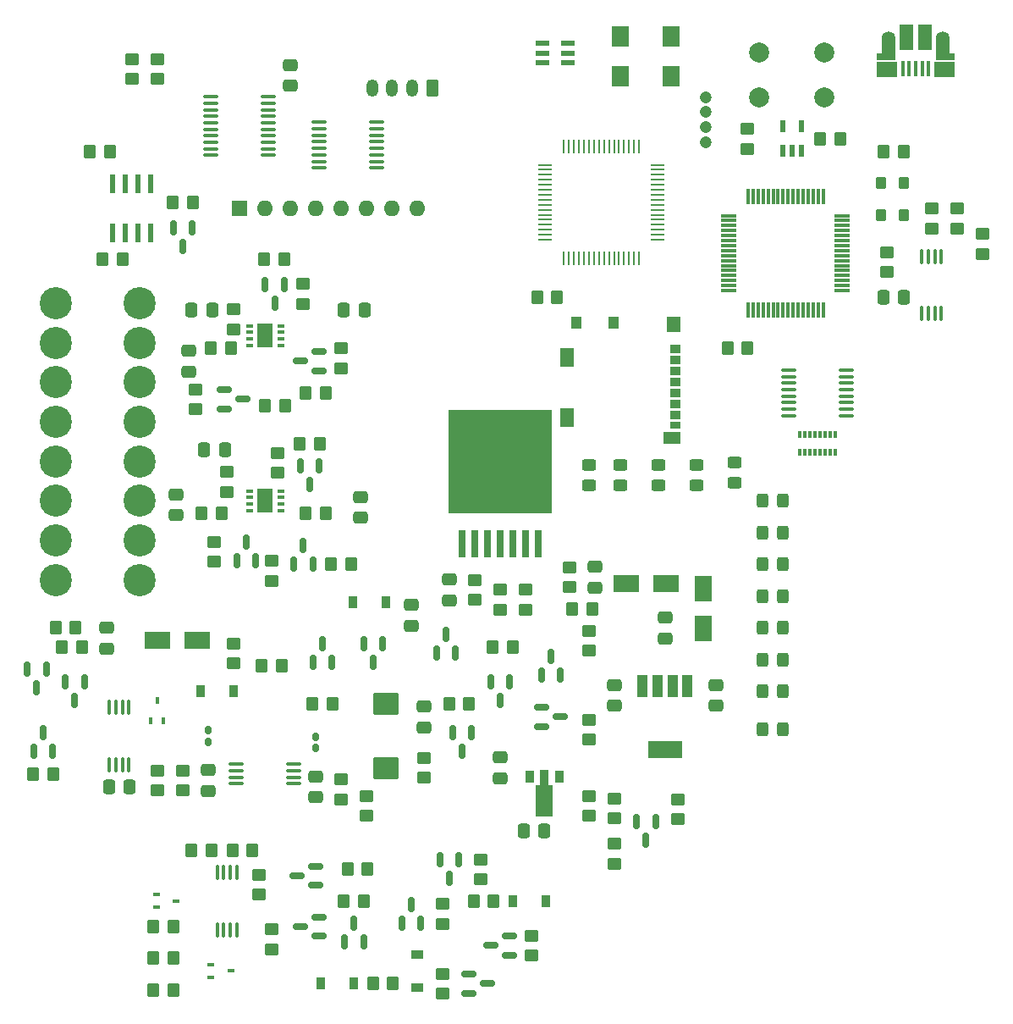
<source format=gbr>
%TF.GenerationSoftware,KiCad,Pcbnew,(6.0.10)*%
%TF.CreationDate,2023-01-27T04:18:18-05:00*%
%TF.ProjectId,vehicle-can-collector,76656869-636c-4652-9d63-616e2d636f6c,rev?*%
%TF.SameCoordinates,Original*%
%TF.FileFunction,Soldermask,Top*%
%TF.FilePolarity,Negative*%
%FSLAX46Y46*%
G04 Gerber Fmt 4.6, Leading zero omitted, Abs format (unit mm)*
G04 Created by KiCad (PCBNEW (6.0.10)) date 2023-01-27 04:18:18*
%MOMM*%
%LPD*%
G01*
G04 APERTURE LIST*
G04 Aperture macros list*
%AMRoundRect*
0 Rectangle with rounded corners*
0 $1 Rounding radius*
0 $2 $3 $4 $5 $6 $7 $8 $9 X,Y pos of 4 corners*
0 Add a 4 corners polygon primitive as box body*
4,1,4,$2,$3,$4,$5,$6,$7,$8,$9,$2,$3,0*
0 Add four circle primitives for the rounded corners*
1,1,$1+$1,$2,$3*
1,1,$1+$1,$4,$5*
1,1,$1+$1,$6,$7*
1,1,$1+$1,$8,$9*
0 Add four rect primitives between the rounded corners*
20,1,$1+$1,$2,$3,$4,$5,0*
20,1,$1+$1,$4,$5,$6,$7,0*
20,1,$1+$1,$6,$7,$8,$9,0*
20,1,$1+$1,$8,$9,$2,$3,0*%
%AMFreePoly0*
4,1,9,3.862500,-0.866500,0.737500,-0.866500,0.737500,-0.450000,-0.737500,-0.450000,-0.737500,0.450000,0.737500,0.450000,0.737500,0.866500,3.862500,0.866500,3.862500,-0.866500,3.862500,-0.866500,$1*%
G04 Aperture macros list end*
%ADD10R,1.473200X0.279400*%
%ADD11R,0.279400X1.473200*%
%ADD12RoundRect,0.250000X0.475000X-0.337500X0.475000X0.337500X-0.475000X0.337500X-0.475000X-0.337500X0*%
%ADD13RoundRect,0.250000X0.450000X-0.325000X0.450000X0.325000X-0.450000X0.325000X-0.450000X-0.325000X0*%
%ADD14RoundRect,0.150000X-0.150000X0.587500X-0.150000X-0.587500X0.150000X-0.587500X0.150000X0.587500X0*%
%ADD15RoundRect,0.250000X-0.450000X0.350000X-0.450000X-0.350000X0.450000X-0.350000X0.450000X0.350000X0*%
%ADD16RoundRect,0.250000X0.450000X-0.350000X0.450000X0.350000X-0.450000X0.350000X-0.450000X-0.350000X0*%
%ADD17R,0.700000X0.450000*%
%ADD18RoundRect,0.250000X-0.350000X-0.450000X0.350000X-0.450000X0.350000X0.450000X-0.350000X0.450000X0*%
%ADD19RoundRect,0.160000X0.160000X-0.222500X0.160000X0.222500X-0.160000X0.222500X-0.160000X-0.222500X0*%
%ADD20RoundRect,0.250000X-0.337500X-0.475000X0.337500X-0.475000X0.337500X0.475000X-0.337500X0.475000X0*%
%ADD21R,0.508000X1.270000*%
%ADD22R,0.508000X1.981200*%
%ADD23RoundRect,0.250000X0.350000X0.450000X-0.350000X0.450000X-0.350000X-0.450000X0.350000X-0.450000X0*%
%ADD24RoundRect,0.150000X0.150000X-0.587500X0.150000X0.587500X-0.150000X0.587500X-0.150000X-0.587500X0*%
%ADD25R,0.650000X0.350000*%
%ADD26R,1.550000X2.400000*%
%ADD27RoundRect,0.250000X-0.275000X-0.350000X0.275000X-0.350000X0.275000X0.350000X-0.275000X0.350000X0*%
%ADD28R,0.300000X0.800000*%
%ADD29RoundRect,0.100000X-0.100000X0.637500X-0.100000X-0.637500X0.100000X-0.637500X0.100000X0.637500X0*%
%ADD30RoundRect,0.150000X0.587500X0.150000X-0.587500X0.150000X-0.587500X-0.150000X0.587500X-0.150000X0*%
%ADD31RoundRect,0.250000X-0.475000X0.337500X-0.475000X-0.337500X0.475000X-0.337500X0.475000X0.337500X0*%
%ADD32RoundRect,0.100000X0.637500X0.100000X-0.637500X0.100000X-0.637500X-0.100000X0.637500X-0.100000X0*%
%ADD33R,0.900000X1.200000*%
%ADD34RoundRect,0.250000X0.350000X0.625000X-0.350000X0.625000X-0.350000X-0.625000X0.350000X-0.625000X0*%
%ADD35O,1.200000X1.750000*%
%ADD36RoundRect,0.250000X-0.325000X-0.450000X0.325000X-0.450000X0.325000X0.450000X-0.325000X0.450000X0*%
%ADD37R,2.500000X1.800000*%
%ADD38RoundRect,0.150000X-0.587500X-0.150000X0.587500X-0.150000X0.587500X0.150000X-0.587500X0.150000X0*%
%ADD39R,0.450000X0.700000*%
%ADD40RoundRect,0.100000X-0.637500X-0.100000X0.637500X-0.100000X0.637500X0.100000X-0.637500X0.100000X0*%
%ADD41R,1.800000X2.500000*%
%ADD42RoundRect,0.075000X-0.075000X0.700000X-0.075000X-0.700000X0.075000X-0.700000X0.075000X0.700000X0*%
%ADD43RoundRect,0.075000X-0.700000X0.075000X-0.700000X-0.075000X0.700000X-0.075000X0.700000X0.075000X0*%
%ADD44RoundRect,0.250000X0.337500X0.475000X-0.337500X0.475000X-0.337500X-0.475000X0.337500X-0.475000X0*%
%ADD45R,0.400000X1.650000*%
%ADD46R,2.000000X1.500000*%
%ADD47O,1.350000X1.700000*%
%ADD48O,1.100000X1.500000*%
%ADD49R,1.350000X2.000000*%
%ADD50R,1.825000X0.700000*%
%ADD51R,1.430000X2.500000*%
%ADD52C,3.215640*%
%ADD53C,2.000000*%
%ADD54RoundRect,0.250000X-1.025000X0.875000X-1.025000X-0.875000X1.025000X-0.875000X1.025000X0.875000X0*%
%ADD55R,1.200000X0.900000*%
%ADD56R,1.320800X0.558800*%
%ADD57R,1.100000X0.850000*%
%ADD58R,1.100000X0.750000*%
%ADD59R,1.000000X1.200000*%
%ADD60R,1.350000X1.550000*%
%ADD61R,1.350000X1.900000*%
%ADD62R,1.800000X1.170000*%
%ADD63R,1.000000X2.200000*%
%ADD64R,3.400000X1.800000*%
%ADD65R,0.787400X2.667000*%
%ADD66R,10.414000X10.414000*%
%ADD67C,1.206500*%
%ADD68R,1.600000X1.600000*%
%ADD69O,1.600000X1.600000*%
%ADD70R,1.800000X2.000000*%
%ADD71R,0.900000X1.300000*%
%ADD72FreePoly0,270.000000*%
G04 APERTURE END LIST*
D10*
%TO.C,U201*%
X137058400Y-62170000D03*
X137058400Y-61670001D03*
X137058400Y-61170000D03*
X137058400Y-60670001D03*
X137058400Y-60169999D03*
X137058400Y-59670000D03*
X137058400Y-59170001D03*
X137058400Y-58670000D03*
X137058400Y-58170000D03*
X137058400Y-57669999D03*
X137058400Y-57170000D03*
X137058400Y-56670001D03*
X137058400Y-56169999D03*
X137058400Y-55670000D03*
X137058400Y-55169999D03*
X137058400Y-54670000D03*
D11*
X135195000Y-52806600D03*
X134695001Y-52806600D03*
X134195000Y-52806600D03*
X133695001Y-52806600D03*
X133194999Y-52806600D03*
X132695000Y-52806600D03*
X132195001Y-52806600D03*
X131695000Y-52806600D03*
X131195000Y-52806600D03*
X130694999Y-52806600D03*
X130195000Y-52806600D03*
X129695001Y-52806600D03*
X129194999Y-52806600D03*
X128695000Y-52806600D03*
X128194999Y-52806600D03*
X127695000Y-52806600D03*
D10*
X125831600Y-54670000D03*
X125831600Y-55169999D03*
X125831600Y-55670000D03*
X125831600Y-56169999D03*
X125831600Y-56670001D03*
X125831600Y-57170000D03*
X125831600Y-57669999D03*
X125831600Y-58170000D03*
X125831600Y-58670000D03*
X125831600Y-59170001D03*
X125831600Y-59670000D03*
X125831600Y-60169999D03*
X125831600Y-60670001D03*
X125831600Y-61170000D03*
X125831600Y-61670001D03*
X125831600Y-62170000D03*
D11*
X127695000Y-64033400D03*
X128194999Y-64033400D03*
X128695000Y-64033400D03*
X129194999Y-64033400D03*
X129695001Y-64033400D03*
X130195000Y-64033400D03*
X130694999Y-64033400D03*
X131195000Y-64033400D03*
X131695000Y-64033400D03*
X132195001Y-64033400D03*
X132695000Y-64033400D03*
X133194999Y-64033400D03*
X133695001Y-64033400D03*
X134195000Y-64033400D03*
X134695001Y-64033400D03*
X135195000Y-64033400D03*
%TD*%
D12*
%TO.C,C503*%
X81915000Y-103040000D03*
X81915000Y-100965000D03*
%TD*%
D13*
%TO.C,D1102*%
X133350000Y-86750000D03*
X133350000Y-84700000D03*
%TD*%
D14*
%TO.C,Q508*%
X136840000Y-120347500D03*
X134940000Y-120347500D03*
X135890000Y-122222500D03*
%TD*%
D15*
%TO.C,R604*%
X105410000Y-116110000D03*
X105410000Y-118110000D03*
%TD*%
D16*
%TO.C,R508*%
X130175000Y-103235000D03*
X130175000Y-101235000D03*
%TD*%
D17*
%TO.C,D803*%
X86900000Y-127620000D03*
X86900000Y-128920000D03*
X88900000Y-128270000D03*
%TD*%
D18*
%TO.C,R801*%
X105680000Y-128270000D03*
X107680000Y-128270000D03*
%TD*%
D19*
%TO.C,D601*%
X92075000Y-112332500D03*
X92075000Y-111187500D03*
%TD*%
D20*
%TO.C,C702*%
X105642500Y-69215000D03*
X107717500Y-69215000D03*
%TD*%
D16*
%TO.C,R713*%
X98425000Y-96250000D03*
X98425000Y-94250000D03*
%TD*%
D21*
%TO.C,U203*%
X149544999Y-53289200D03*
X150495000Y-53289200D03*
X151445001Y-53289200D03*
X151445001Y-50850800D03*
X149544999Y-50850800D03*
%TD*%
D22*
%TO.C,U705*%
X86360000Y-56591200D03*
X85090000Y-56591200D03*
X83820000Y-56591200D03*
X82550000Y-56591200D03*
X82550000Y-61518800D03*
X83820000Y-61518800D03*
X85090000Y-61518800D03*
X86360000Y-61518800D03*
%TD*%
D15*
%TO.C,R501*%
X94615000Y-102505000D03*
X94615000Y-104505000D03*
%TD*%
D16*
%TO.C,R806*%
X97155000Y-127635000D03*
X97155000Y-125635000D03*
%TD*%
D23*
%TO.C,R702*%
X103870000Y-89535000D03*
X101870000Y-89535000D03*
%TD*%
D24*
%TO.C,Q705*%
X94935000Y-94282500D03*
X96835000Y-94282500D03*
X95885000Y-92407500D03*
%TD*%
D25*
%TO.C,U702*%
X99340000Y-72730000D03*
X99340000Y-72080000D03*
X99340000Y-71430000D03*
X99340000Y-70780000D03*
X96240000Y-70780000D03*
X96240000Y-71430000D03*
X96240000Y-72080000D03*
X96240000Y-72730000D03*
D26*
X97790000Y-71755000D03*
%TD*%
D16*
%TO.C,R514*%
X130175000Y-119745000D03*
X130175000Y-117745000D03*
%TD*%
D14*
%TO.C,Q506*%
X122235000Y-106377500D03*
X120335000Y-106377500D03*
X121285000Y-108252500D03*
%TD*%
D23*
%TO.C,R707*%
X94345000Y-73025000D03*
X92345000Y-73025000D03*
%TD*%
%TO.C,R802*%
X110585000Y-136525000D03*
X108585000Y-136525000D03*
%TD*%
D27*
%TO.C,L301*%
X159385000Y-56515000D03*
X161685000Y-56515000D03*
%TD*%
D28*
%TO.C,RN1101*%
X154805000Y-81650000D03*
X154305000Y-81650000D03*
X153805000Y-81650000D03*
X153305000Y-81650000D03*
X152805000Y-81650000D03*
X152305000Y-81650000D03*
X151805000Y-81650000D03*
X151305000Y-81650000D03*
X151305000Y-83450000D03*
X151805000Y-83450000D03*
X152305000Y-83450000D03*
X152805000Y-83450000D03*
X153305000Y-83450000D03*
X153805000Y-83450000D03*
X154305000Y-83450000D03*
X154805000Y-83450000D03*
%TD*%
D16*
%TO.C,R308*%
X169545000Y-63595000D03*
X169545000Y-61595000D03*
%TD*%
D29*
%TO.C,U302*%
X165440000Y-63812500D03*
X164790000Y-63812500D03*
X164140000Y-63812500D03*
X163490000Y-63812500D03*
X163490000Y-69537500D03*
X164140000Y-69537500D03*
X164790000Y-69537500D03*
X165440000Y-69537500D03*
%TD*%
D30*
%TO.C,Q803*%
X122222500Y-133665000D03*
X122222500Y-131765000D03*
X120347500Y-132715000D03*
%TD*%
D15*
%TO.C,R202*%
X146050000Y-51070000D03*
X146050000Y-53070000D03*
%TD*%
D31*
%TO.C,C507*%
X116205000Y-96117500D03*
X116205000Y-98192500D03*
%TD*%
D32*
%TO.C,U1101*%
X155917500Y-79745000D03*
X155917500Y-79095000D03*
X155917500Y-78445000D03*
X155917500Y-77795000D03*
X155917500Y-77145000D03*
X155917500Y-76495000D03*
X155917500Y-75845000D03*
X155917500Y-75195000D03*
X150192500Y-75195000D03*
X150192500Y-75845000D03*
X150192500Y-76495000D03*
X150192500Y-77145000D03*
X150192500Y-77795000D03*
X150192500Y-78445000D03*
X150192500Y-79095000D03*
X150192500Y-79745000D03*
%TD*%
D33*
%TO.C,D502*%
X106555000Y-98425000D03*
X109855000Y-98425000D03*
%TD*%
D18*
%TO.C,R504*%
X120555000Y-102870000D03*
X122555000Y-102870000D03*
%TD*%
D34*
%TO.C,J303*%
X114490000Y-46990000D03*
D35*
X112490000Y-46990000D03*
X110490000Y-46990000D03*
X108490000Y-46990000D03*
%TD*%
D36*
%TO.C,D1106*%
X147565000Y-100965000D03*
X149615000Y-100965000D03*
%TD*%
D30*
%TO.C,Q802*%
X103172500Y-131760000D03*
X103172500Y-129860000D03*
X101297500Y-130810000D03*
%TD*%
D37*
%TO.C,D505*%
X137890000Y-96520000D03*
X133890000Y-96520000D03*
%TD*%
D24*
%TO.C,Q507*%
X114935000Y-103505000D03*
X116835000Y-103505000D03*
X115885000Y-101630000D03*
%TD*%
D15*
%TO.C,R507*%
X130175000Y-110125000D03*
X130175000Y-112125000D03*
%TD*%
D31*
%TO.C,C601*%
X92075000Y-115167500D03*
X92075000Y-117242500D03*
%TD*%
D16*
%TO.C,R307*%
X160020000Y-65405000D03*
X160020000Y-63405000D03*
%TD*%
D31*
%TO.C,C506*%
X137795000Y-99927500D03*
X137795000Y-102002500D03*
%TD*%
D23*
%TO.C,R709*%
X103235000Y-82550000D03*
X101235000Y-82550000D03*
%TD*%
D18*
%TO.C,R719*%
X80280000Y-53340000D03*
X82280000Y-53340000D03*
%TD*%
D24*
%TO.C,Q505*%
X125415000Y-105712500D03*
X127315000Y-105712500D03*
X126365000Y-103837500D03*
%TD*%
D30*
%TO.C,Q801*%
X102840000Y-126680000D03*
X102840000Y-124780000D03*
X100965000Y-125730000D03*
%TD*%
D38*
%TO.C,Q804*%
X118140000Y-135575000D03*
X118140000Y-137475000D03*
X120015000Y-136525000D03*
%TD*%
D39*
%TO.C,D901*%
X86345000Y-110220000D03*
X87645000Y-110220000D03*
X86995000Y-108220000D03*
%TD*%
D31*
%TO.C,C502*%
X113665000Y-108817500D03*
X113665000Y-110892500D03*
%TD*%
D16*
%TO.C,R512*%
X121285000Y-99155000D03*
X121285000Y-97155000D03*
%TD*%
D14*
%TO.C,Q501*%
X109535000Y-102567500D03*
X107635000Y-102567500D03*
X108585000Y-104442500D03*
%TD*%
%TO.C,Q707*%
X90485000Y-60990000D03*
X88585000Y-60990000D03*
X89535000Y-62865000D03*
%TD*%
D23*
%TO.C,R201*%
X155305000Y-52070000D03*
X153305000Y-52070000D03*
%TD*%
D36*
%TO.C,D1108*%
X147565000Y-94615000D03*
X149615000Y-94615000D03*
%TD*%
D40*
%TO.C,U601*%
X94927500Y-114595000D03*
X94927500Y-115245000D03*
X94927500Y-115895000D03*
X94927500Y-116545000D03*
X100652500Y-116545000D03*
X100652500Y-115895000D03*
X100652500Y-115245000D03*
X100652500Y-114595000D03*
%TD*%
D15*
%TO.C,R506*%
X113665000Y-113935000D03*
X113665000Y-115935000D03*
%TD*%
D23*
%TO.C,R505*%
X104505000Y-108585000D03*
X102505000Y-108585000D03*
%TD*%
D20*
%TO.C,C901*%
X82147500Y-116840000D03*
X84222500Y-116840000D03*
%TD*%
D12*
%TO.C,C508*%
X121285000Y-115972500D03*
X121285000Y-113897500D03*
%TD*%
D15*
%TO.C,R813*%
X98425000Y-131080000D03*
X98425000Y-133080000D03*
%TD*%
%TO.C,R513*%
X123825000Y-97155000D03*
X123825000Y-99155000D03*
%TD*%
D24*
%TO.C,Q806*%
X111445000Y-130477500D03*
X113345000Y-130477500D03*
X112395000Y-128602500D03*
%TD*%
D41*
%TO.C,D504*%
X141605000Y-97060000D03*
X141605000Y-101060000D03*
%TD*%
D23*
%TO.C,R701*%
X106410000Y-94615000D03*
X104410000Y-94615000D03*
%TD*%
D16*
%TO.C,R811*%
X115570000Y-130540000D03*
X115570000Y-128540000D03*
%TD*%
%TO.C,R714*%
X92710000Y-94345000D03*
X92710000Y-92345000D03*
%TD*%
D12*
%TO.C,C505*%
X130810000Y-96922500D03*
X130810000Y-94847500D03*
%TD*%
D27*
%TO.C,L302*%
X159385000Y-59690000D03*
X161685000Y-59690000D03*
%TD*%
D14*
%TO.C,Q703*%
X103185000Y-84787500D03*
X101285000Y-84787500D03*
X102235000Y-86662500D03*
%TD*%
D16*
%TO.C,R703*%
X105410000Y-75025000D03*
X105410000Y-73025000D03*
%TD*%
D18*
%TO.C,R807*%
X90440000Y-123190000D03*
X92440000Y-123190000D03*
%TD*%
D23*
%TO.C,R716*%
X99790000Y-78740000D03*
X97790000Y-78740000D03*
%TD*%
D14*
%TO.C,Q503*%
X118425000Y-111457500D03*
X116525000Y-111457500D03*
X117475000Y-113332500D03*
%TD*%
D36*
%TO.C,D1104*%
X147565000Y-107315000D03*
X149615000Y-107315000D03*
%TD*%
D23*
%TO.C,R704*%
X103870000Y-77470000D03*
X101870000Y-77470000D03*
%TD*%
%TO.C,R722*%
X90535000Y-58420000D03*
X88535000Y-58420000D03*
%TD*%
D18*
%TO.C,R503*%
X116205000Y-108585000D03*
X118205000Y-108585000D03*
%TD*%
D15*
%TO.C,R803*%
X124460000Y-131715000D03*
X124460000Y-133715000D03*
%TD*%
D13*
%TO.C,D1101*%
X130175000Y-86750000D03*
X130175000Y-84700000D03*
%TD*%
D29*
%TO.C,U801*%
X94955000Y-125407500D03*
X94305000Y-125407500D03*
X93655000Y-125407500D03*
X93005000Y-125407500D03*
X93005000Y-131132500D03*
X93655000Y-131132500D03*
X94305000Y-131132500D03*
X94955000Y-131132500D03*
%TD*%
D15*
%TO.C,R515*%
X132715000Y-118015000D03*
X132715000Y-120015000D03*
%TD*%
D13*
%TO.C,D1113*%
X140970000Y-86750000D03*
X140970000Y-84700000D03*
%TD*%
D20*
%TO.C,C301*%
X159617500Y-67945000D03*
X161692500Y-67945000D03*
%TD*%
D18*
%TO.C,R510*%
X128540000Y-99060000D03*
X130540000Y-99060000D03*
%TD*%
D42*
%TO.C,U301*%
X153610000Y-57825000D03*
X153110000Y-57825000D03*
X152610000Y-57825000D03*
X152110000Y-57825000D03*
X151610000Y-57825000D03*
X151110000Y-57825000D03*
X150610000Y-57825000D03*
X150110000Y-57825000D03*
X149610000Y-57825000D03*
X149110000Y-57825000D03*
X148610000Y-57825000D03*
X148110000Y-57825000D03*
X147610000Y-57825000D03*
X147110000Y-57825000D03*
X146610000Y-57825000D03*
X146110000Y-57825000D03*
D43*
X144185000Y-59750000D03*
X144185000Y-60250000D03*
X144185000Y-60750000D03*
X144185000Y-61250000D03*
X144185000Y-61750000D03*
X144185000Y-62250000D03*
X144185000Y-62750000D03*
X144185000Y-63250000D03*
X144185000Y-63750000D03*
X144185000Y-64250000D03*
X144185000Y-64750000D03*
X144185000Y-65250000D03*
X144185000Y-65750000D03*
X144185000Y-66250000D03*
X144185000Y-66750000D03*
X144185000Y-67250000D03*
D42*
X146110000Y-69175000D03*
X146610000Y-69175000D03*
X147110000Y-69175000D03*
X147610000Y-69175000D03*
X148110000Y-69175000D03*
X148610000Y-69175000D03*
X149110000Y-69175000D03*
X149610000Y-69175000D03*
X150110000Y-69175000D03*
X150610000Y-69175000D03*
X151110000Y-69175000D03*
X151610000Y-69175000D03*
X152110000Y-69175000D03*
X152610000Y-69175000D03*
X153110000Y-69175000D03*
X153610000Y-69175000D03*
D43*
X155535000Y-67250000D03*
X155535000Y-66750000D03*
X155535000Y-66250000D03*
X155535000Y-65750000D03*
X155535000Y-65250000D03*
X155535000Y-64750000D03*
X155535000Y-64250000D03*
X155535000Y-63750000D03*
X155535000Y-63250000D03*
X155535000Y-62750000D03*
X155535000Y-62250000D03*
X155535000Y-61750000D03*
X155535000Y-61250000D03*
X155535000Y-60750000D03*
X155535000Y-60250000D03*
X155535000Y-59750000D03*
%TD*%
D15*
%TO.C,R509*%
X128270000Y-94885000D03*
X128270000Y-96885000D03*
%TD*%
D17*
%TO.C,D805*%
X92345000Y-134605000D03*
X92345000Y-135905000D03*
X94345000Y-135255000D03*
%TD*%
D30*
%TO.C,Q702*%
X103172500Y-75245000D03*
X103172500Y-73345000D03*
X101297500Y-74295000D03*
%TD*%
D15*
%TO.C,R805*%
X115570000Y-135525000D03*
X115570000Y-137525000D03*
%TD*%
D44*
%TO.C,C509*%
X125730000Y-121285000D03*
X123655000Y-121285000D03*
%TD*%
D24*
%TO.C,Q904*%
X74615000Y-113332500D03*
X76515000Y-113332500D03*
X75565000Y-111457500D03*
%TD*%
D18*
%TO.C,R809*%
X94520000Y-123190000D03*
X96520000Y-123190000D03*
%TD*%
D44*
%TO.C,C706*%
X92477500Y-69215000D03*
X90402500Y-69215000D03*
%TD*%
D45*
%TO.C,J302*%
X164185000Y-45060000D03*
X163535000Y-45060000D03*
X162885000Y-45060000D03*
X162235000Y-45060000D03*
X161585000Y-45060000D03*
D46*
X165735000Y-45160000D03*
D47*
X160155000Y-42180000D03*
D48*
X165305000Y-45180000D03*
D49*
X160135000Y-43110000D03*
D50*
X159885000Y-43860000D03*
D49*
X165615000Y-43110000D03*
D48*
X160465000Y-45180000D03*
D51*
X161925000Y-41910000D03*
D46*
X159985000Y-45180000D03*
D51*
X163845000Y-41910000D03*
D50*
X165835000Y-43860000D03*
D47*
X165615000Y-42180000D03*
%TD*%
D16*
%TO.C,R601*%
X86995000Y-117205000D03*
X86995000Y-115205000D03*
%TD*%
D36*
%TO.C,D1105*%
X147565000Y-104140000D03*
X149615000Y-104140000D03*
%TD*%
D14*
%TO.C,Q704*%
X99695000Y-66675000D03*
X97795000Y-66675000D03*
X98745000Y-68550000D03*
%TD*%
D31*
%TO.C,C603*%
X102870000Y-115802500D03*
X102870000Y-117877500D03*
%TD*%
D14*
%TO.C,Q807*%
X117155000Y-124157500D03*
X115255000Y-124157500D03*
X116205000Y-126032500D03*
%TD*%
D23*
%TO.C,F501*%
X78835000Y-100965000D03*
X76835000Y-100965000D03*
%TD*%
D16*
%TO.C,R603*%
X107950000Y-119745000D03*
X107950000Y-117745000D03*
%TD*%
D31*
%TO.C,C511*%
X142875000Y-106680000D03*
X142875000Y-108755000D03*
%TD*%
D15*
%TO.C,R712*%
X101600000Y-66580000D03*
X101600000Y-68580000D03*
%TD*%
D38*
%TO.C,Q504*%
X125427500Y-108905000D03*
X125427500Y-110805000D03*
X127302500Y-109855000D03*
%TD*%
D12*
%TO.C,C705*%
X90170000Y-75332500D03*
X90170000Y-73257500D03*
%TD*%
D23*
%TO.C,R720*%
X83550000Y-64135000D03*
X81550000Y-64135000D03*
%TD*%
D52*
%TO.C,J401*%
X85234780Y-68519040D03*
X85234780Y-72468740D03*
X85234780Y-76418440D03*
X85234780Y-80368140D03*
X85234780Y-84315300D03*
X85234780Y-88265000D03*
X85234780Y-92214700D03*
X85234780Y-96166940D03*
X76835000Y-68519040D03*
X76835000Y-72468740D03*
X76835000Y-76418440D03*
X76835000Y-80368140D03*
X76835000Y-84315300D03*
X76835000Y-88265000D03*
X76835000Y-92214700D03*
X76835000Y-96166940D03*
%TD*%
D15*
%TO.C,R516*%
X139065000Y-118110000D03*
X139065000Y-120110000D03*
%TD*%
D36*
%TO.C,D1109*%
X147565000Y-91440000D03*
X149615000Y-91440000D03*
%TD*%
D15*
%TO.C,R306*%
X167005000Y-59055000D03*
X167005000Y-61055000D03*
%TD*%
D16*
%TO.C,R717*%
X86995000Y-46085000D03*
X86995000Y-44085000D03*
%TD*%
D12*
%TO.C,C701*%
X107315000Y-89937500D03*
X107315000Y-87862500D03*
%TD*%
D29*
%TO.C,U901*%
X84160000Y-108897500D03*
X83510000Y-108897500D03*
X82860000Y-108897500D03*
X82210000Y-108897500D03*
X82210000Y-114622500D03*
X82860000Y-114622500D03*
X83510000Y-114622500D03*
X84160000Y-114622500D03*
%TD*%
D23*
%TO.C,R711*%
X99695000Y-64135000D03*
X97695000Y-64135000D03*
%TD*%
D33*
%TO.C,D804*%
X122555000Y-128270000D03*
X125855000Y-128270000D03*
%TD*%
D25*
%TO.C,U701*%
X99340000Y-89240000D03*
X99340000Y-88590000D03*
X99340000Y-87940000D03*
X99340000Y-87290000D03*
X96240000Y-87290000D03*
X96240000Y-87940000D03*
X96240000Y-88590000D03*
X96240000Y-89240000D03*
D26*
X97790000Y-88265000D03*
%TD*%
D23*
%TO.C,R705*%
X93440000Y-89535000D03*
X91440000Y-89535000D03*
%TD*%
D24*
%TO.C,Q805*%
X105730000Y-132382500D03*
X107630000Y-132382500D03*
X106680000Y-130507500D03*
%TD*%
D16*
%TO.C,R706*%
X93980000Y-87360000D03*
X93980000Y-85360000D03*
%TD*%
D53*
%TO.C,SW201*%
X147245000Y-43470000D03*
X153745000Y-43470000D03*
X147245000Y-47970000D03*
X153745000Y-47970000D03*
%TD*%
D33*
%TO.C,D503*%
X94615000Y-107315000D03*
X91315000Y-107315000D03*
%TD*%
D15*
%TO.C,R602*%
X89535000Y-115205000D03*
X89535000Y-117205000D03*
%TD*%
%TO.C,R812*%
X119380000Y-124095000D03*
X119380000Y-126095000D03*
%TD*%
D13*
%TO.C,D1111*%
X137160000Y-86750000D03*
X137160000Y-84700000D03*
%TD*%
D18*
%TO.C,R815*%
X86630000Y-137160000D03*
X88630000Y-137160000D03*
%TD*%
D31*
%TO.C,C512*%
X132715000Y-106680000D03*
X132715000Y-108755000D03*
%TD*%
D18*
%TO.C,R907*%
X74565000Y-115570000D03*
X76565000Y-115570000D03*
%TD*%
D19*
%TO.C,D602*%
X102870000Y-112967500D03*
X102870000Y-111822500D03*
%TD*%
D15*
%TO.C,R718*%
X84455000Y-44085000D03*
X84455000Y-46085000D03*
%TD*%
D54*
%TO.C,C501*%
X109855000Y-108585000D03*
X109855000Y-114985000D03*
%TD*%
D55*
%TO.C,D801*%
X113030000Y-136905000D03*
X113030000Y-133605000D03*
%TD*%
D16*
%TO.C,R708*%
X94615000Y-71120000D03*
X94615000Y-69120000D03*
%TD*%
D56*
%TO.C,U202*%
X128098550Y-44447501D03*
X128098550Y-43497500D03*
X128098550Y-42547499D03*
X125507750Y-42547499D03*
X125507750Y-43497500D03*
X125507750Y-44447501D03*
%TD*%
D40*
%TO.C,U704*%
X103182500Y-50430000D03*
X103182500Y-51080000D03*
X103182500Y-51730000D03*
X103182500Y-52380000D03*
X103182500Y-53030000D03*
X103182500Y-53680000D03*
X103182500Y-54330000D03*
X103182500Y-54980000D03*
X108907500Y-54980000D03*
X108907500Y-54330000D03*
X108907500Y-53680000D03*
X108907500Y-53030000D03*
X108907500Y-52380000D03*
X108907500Y-51730000D03*
X108907500Y-51080000D03*
X108907500Y-50430000D03*
%TD*%
D23*
%TO.C,R814*%
X88630000Y-133985000D03*
X86630000Y-133985000D03*
%TD*%
D38*
%TO.C,Q706*%
X93677500Y-77155000D03*
X93677500Y-79055000D03*
X95552500Y-78105000D03*
%TD*%
D57*
%TO.C,J301*%
X138800000Y-73095000D03*
X138800000Y-74195000D03*
X138800000Y-75295000D03*
X138800000Y-76395000D03*
X138800000Y-77495000D03*
X138800000Y-78595000D03*
X138800000Y-79695000D03*
D58*
X138800000Y-80745000D03*
D59*
X132650000Y-70460000D03*
X128950000Y-70460000D03*
D60*
X138675000Y-70635000D03*
D61*
X127975000Y-79930000D03*
X127975000Y-73960000D03*
D62*
X138450000Y-81955000D03*
%TD*%
D15*
%TO.C,R710*%
X99060000Y-83455000D03*
X99060000Y-85455000D03*
%TD*%
D23*
%TO.C,R502*%
X99425000Y-104775000D03*
X97425000Y-104775000D03*
%TD*%
D63*
%TO.C,U503*%
X140045000Y-106805000D03*
X138545000Y-106805000D03*
X137045000Y-106805000D03*
X135545000Y-106805000D03*
D64*
X137795000Y-113105000D03*
%TD*%
D65*
%TO.C,U501*%
X117475000Y-92544900D03*
X118745000Y-92544900D03*
X120015000Y-92544900D03*
X121285000Y-92544900D03*
X122555000Y-92544900D03*
X123825000Y-92544900D03*
X125095000Y-92544900D03*
D66*
X121285000Y-84302600D03*
%TD*%
D23*
%TO.C,R302*%
X161655000Y-53340000D03*
X159655000Y-53340000D03*
%TD*%
D15*
%TO.C,R304*%
X164465000Y-59055000D03*
X164465000Y-61055000D03*
%TD*%
D24*
%TO.C,Q502*%
X102555000Y-104442500D03*
X104455000Y-104442500D03*
X103505000Y-102567500D03*
%TD*%
D31*
%TO.C,C707*%
X100330000Y-44682500D03*
X100330000Y-46757500D03*
%TD*%
%TO.C,C504*%
X112395000Y-98657500D03*
X112395000Y-100732500D03*
%TD*%
D44*
%TO.C,C704*%
X93747500Y-83185000D03*
X91672500Y-83185000D03*
%TD*%
D24*
%TO.C,Q701*%
X100650000Y-94585000D03*
X102550000Y-94585000D03*
X101600000Y-92710000D03*
%TD*%
D15*
%TO.C,R511*%
X118745000Y-96155000D03*
X118745000Y-98155000D03*
%TD*%
D18*
%TO.C,R305*%
X144050000Y-73025000D03*
X146050000Y-73025000D03*
%TD*%
D67*
%TO.C,J304*%
X141889480Y-47914560D03*
X141889480Y-49413160D03*
X141889480Y-50914300D03*
X141889480Y-52412900D03*
%TD*%
D40*
%TO.C,U703*%
X92387500Y-47875000D03*
X92387500Y-48525000D03*
X92387500Y-49175000D03*
X92387500Y-49825000D03*
X92387500Y-50475000D03*
X92387500Y-51125000D03*
X92387500Y-51775000D03*
X92387500Y-52425000D03*
X92387500Y-53075000D03*
X92387500Y-53725000D03*
X98112500Y-53725000D03*
X98112500Y-53075000D03*
X98112500Y-52425000D03*
X98112500Y-51775000D03*
X98112500Y-51125000D03*
X98112500Y-50475000D03*
X98112500Y-49825000D03*
X98112500Y-49175000D03*
X98112500Y-48525000D03*
X98112500Y-47875000D03*
%TD*%
D14*
%TO.C,Q903*%
X75880000Y-105107500D03*
X73980000Y-105107500D03*
X74930000Y-106982500D03*
%TD*%
D68*
%TO.C,RN701*%
X95240000Y-59055000D03*
D69*
X97780000Y-59055000D03*
X100320000Y-59055000D03*
X102860000Y-59055000D03*
X105400000Y-59055000D03*
X107940000Y-59055000D03*
X110480000Y-59055000D03*
X113020000Y-59055000D03*
%TD*%
D23*
%TO.C,R901*%
X79470000Y-102870000D03*
X77470000Y-102870000D03*
%TD*%
D36*
%TO.C,D1103*%
X147565000Y-111125000D03*
X149615000Y-111125000D03*
%TD*%
D37*
%TO.C,D501*%
X90995000Y-102235000D03*
X86995000Y-102235000D03*
%TD*%
D36*
%TO.C,D1110*%
X147565000Y-88265000D03*
X149615000Y-88265000D03*
%TD*%
D31*
%TO.C,C703*%
X88900000Y-87630000D03*
X88900000Y-89705000D03*
%TD*%
D18*
%TO.C,R301*%
X125000000Y-67945000D03*
X127000000Y-67945000D03*
%TD*%
D13*
%TO.C,D1112*%
X144780000Y-86480000D03*
X144780000Y-84430000D03*
%TD*%
D14*
%TO.C,Q902*%
X79690000Y-106377500D03*
X77790000Y-106377500D03*
X78740000Y-108252500D03*
%TD*%
D23*
%TO.C,R804*%
X108045000Y-125095000D03*
X106045000Y-125095000D03*
%TD*%
D70*
%TO.C,X201*%
X138430000Y-41815000D03*
X133350000Y-41815000D03*
X133350000Y-45815000D03*
X138430000Y-45815000D03*
%TD*%
D15*
%TO.C,R715*%
X90805000Y-77105000D03*
X90805000Y-79105000D03*
%TD*%
D23*
%TO.C,R808*%
X88630000Y-130810000D03*
X86630000Y-130810000D03*
%TD*%
%TO.C,R810*%
X120650000Y-128270000D03*
X118650000Y-128270000D03*
%TD*%
D33*
%TO.C,D802*%
X103380000Y-136525000D03*
X106680000Y-136525000D03*
%TD*%
D36*
%TO.C,D1107*%
X147565000Y-97790000D03*
X149615000Y-97790000D03*
%TD*%
D71*
%TO.C,U502*%
X127230000Y-115825000D03*
D72*
X125730000Y-115912500D03*
D71*
X124230000Y-115825000D03*
%TD*%
D15*
%TO.C,R517*%
X132715000Y-122555000D03*
X132715000Y-124555000D03*
%TD*%
M02*

</source>
